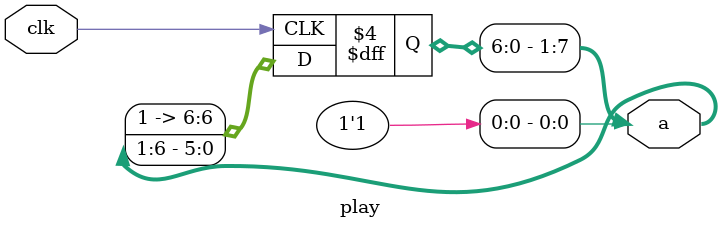
<source format=v>
`timescale 1ns / 1ps


module play(
    output reg [0:7] a,
    input wire clk
    );
    integer i;
    
    always@(posedge clk) // the FFs
    begin
       for(i=0;i<7;i=i+1)
       begin
           a[i+1] <= a[i];
       end
    end
    
    initial
        a <= 8'b1000_1000;
    
endmodule
  
</source>
